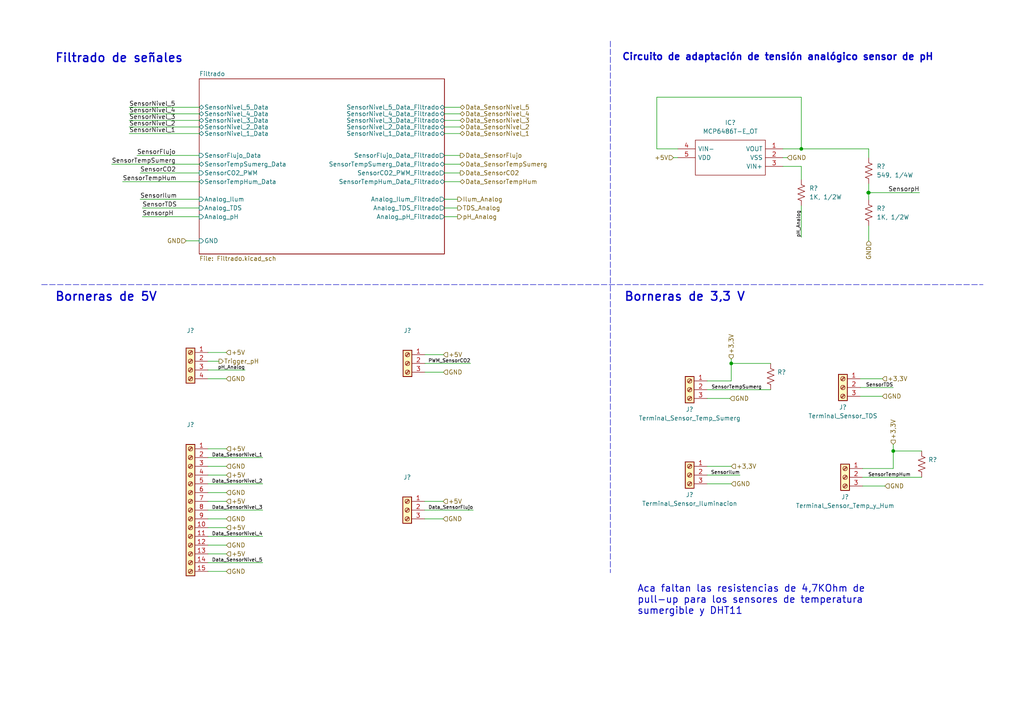
<source format=kicad_sch>
(kicad_sch (version 20211123) (generator eeschema)
  (paper "A4")
  (lib_symbols
    (symbol "Connector:Screw_Terminal_01x03" (pin_names (offset 1.016) hide)
      (property "Reference" "J" (at 0 5.08 0))
      (property "Value" "Screw_Terminal_01x03" (at 0 -5.08 0))
      (symbol "Screw_Terminal_01x03_1_1"
        (rectangle (start -1.27 3.81) (end 1.27 -3.81) (stroke (width 0.254)) (fill (type background)))
        (circle (center 0 -2.54) (radius 0.635) (stroke (width 0.1524)))
        (polyline (pts (xy -0.5334 -2.2098) (xy 0.3302 -3.048)) (stroke (width 0.1524)))
        (polyline (pts (xy -0.5334 0.3302) (xy 0.3302 -0.508)) (stroke (width 0.1524)))
        (polyline (pts (xy -0.5334 2.8702) (xy 0.3302 2.032)) (stroke (width 0.1524)))
        (polyline (pts (xy -0.3556 -2.032) (xy 0.508 -2.8702)) (stroke (width 0.1524)))
        (polyline (pts (xy -0.3556 0.508) (xy 0.508 -0.3302)) (stroke (width 0.1524)))
        (polyline (pts (xy -0.3556 3.048) (xy 0.508 2.2098)) (stroke (width 0.1524)))
        (circle (center 0 0) (radius 0.635) (stroke (width 0.1524)))
        (circle (center 0 2.54) (radius 0.635) (stroke (width 0.1524)))
        (pin passive line (at -5.08 2.54 0) (length 3.81) (name "Pin_1") (number "1"))
        (pin passive line (at -5.08 0 0) (length 3.81) (name "Pin_2") (number "2"))
        (pin passive line (at -5.08 -2.54 0) (length 3.81) (name "Pin_3") (number "3"))
      )
    )
    (symbol "Connector:Screw_Terminal_01x04" (pin_names (offset 1.016) hide)
      (property "Reference" "J" (at 0 5.08 0))
      (property "Value" "Screw_Terminal_01x04" (at 0 -7.62 0))
      (symbol "Screw_Terminal_01x04_1_1"
        (rectangle (start -1.27 3.81) (end 1.27 -6.35) (stroke (width 0.254)) (fill (type background)))
        (circle (center 0 -5.08) (radius 0.635) (stroke (width 0.1524)))
        (circle (center 0 -2.54) (radius 0.635) (stroke (width 0.1524)))
        (polyline (pts (xy -0.5334 -4.7498) (xy 0.3302 -5.588)) (stroke (width 0.1524)))
        (polyline (pts (xy -0.5334 -2.2098) (xy 0.3302 -3.048)) (stroke (width 0.1524)))
        (polyline (pts (xy -0.5334 0.3302) (xy 0.3302 -0.508)) (stroke (width 0.1524)))
        (polyline (pts (xy -0.5334 2.8702) (xy 0.3302 2.032)) (stroke (width 0.1524)))
        (polyline (pts (xy -0.3556 -4.572) (xy 0.508 -5.4102)) (stroke (width 0.1524)))
        (polyline (pts (xy -0.3556 -2.032) (xy 0.508 -2.8702)) (stroke (width 0.1524)))
        (polyline (pts (xy -0.3556 0.508) (xy 0.508 -0.3302)) (stroke (width 0.1524)))
        (polyline (pts (xy -0.3556 3.048) (xy 0.508 2.2098)) (stroke (width 0.1524)))
        (circle (center 0 0) (radius 0.635) (stroke (width 0.1524)))
        (circle (center 0 2.54) (radius 0.635) (stroke (width 0.1524)))
        (pin passive line (at -5.08 2.54 0) (length 3.81) (name "Pin_1") (number "1"))
        (pin passive line (at -5.08 0 0) (length 3.81) (name "Pin_2") (number "2"))
        (pin passive line (at -5.08 -2.54 0) (length 3.81) (name "Pin_3") (number "3"))
        (pin passive line (at -5.08 -5.08 0) (length 3.81) (name "Pin_4") (number "4"))
      )
    )
    (symbol "Connector:Screw_Terminal_01x15" (pin_names (offset 1.016) hide)
      (property "Reference" "J" (at 0 20.32 0))
      (property "Value" "Screw_Terminal_01x15" (at 0 -20.32 0))
      (symbol "Screw_Terminal_01x15_1_1"
        (rectangle (start -1.27 19.05) (end 1.27 -19.05) (stroke (width 0.254)) (fill (type background)))
        (circle (center 0 -17.78) (radius 0.635) (stroke (width 0.1524)))
        (circle (center 0 -15.24) (radius 0.635) (stroke (width 0.1524)))
        (circle (center 0 -12.7) (radius 0.635) (stroke (width 0.1524)))
        (circle (center 0 -10.16) (radius 0.635) (stroke (width 0.1524)))
        (circle (center 0 -7.62) (radius 0.635) (stroke (width 0.1524)))
        (circle (center 0 -5.08) (radius 0.635) (stroke (width 0.1524)))
        (circle (center 0 -2.54) (radius 0.635) (stroke (width 0.1524)))
        (polyline (pts (xy -0.5334 -17.4498) (xy 0.3302 -18.288)) (stroke (width 0.1524)))
        (polyline (pts (xy -0.5334 -14.9098) (xy 0.3302 -15.748)) (stroke (width 0.1524)))
        (polyline (pts (xy -0.5334 -12.3698) (xy 0.3302 -13.208)) (stroke (width 0.1524)))
        (polyline (pts (xy -0.5334 -9.8298) (xy 0.3302 -10.668)) (stroke (width 0.1524)))
        (polyline (pts (xy -0.5334 -7.2898) (xy 0.3302 -8.128)) (stroke (width 0.1524)))
        (polyline (pts (xy -0.5334 -4.7498) (xy 0.3302 -5.588)) (stroke (width 0.1524)))
        (polyline (pts (xy -0.5334 -2.2098) (xy 0.3302 -3.048)) (stroke (width 0.1524)))
        (polyline (pts (xy -0.5334 0.3302) (xy 0.3302 -0.508)) (stroke (width 0.1524)))
        (polyline (pts (xy -0.5334 2.8702) (xy 0.3302 2.032)) (stroke (width 0.1524)))
        (polyline (pts (xy -0.5334 5.4102) (xy 0.3302 4.572)) (stroke (width 0.1524)))
        (polyline (pts (xy -0.5334 7.9502) (xy 0.3302 7.112)) (stroke (width 0.1524)))
        (polyline (pts (xy -0.5334 10.4902) (xy 0.3302 9.652)) (stroke (width 0.1524)))
        (polyline (pts (xy -0.5334 13.0302) (xy 0.3302 12.192)) (stroke (width 0.1524)))
        (polyline (pts (xy -0.5334 15.5702) (xy 0.3302 14.732)) (stroke (width 0.1524)))
        (polyline (pts (xy -0.5334 18.1102) (xy 0.3302 17.272)) (stroke (width 0.1524)))
        (polyline (pts (xy -0.3556 -17.272) (xy 0.508 -18.1102)) (stroke (width 0.1524)))
        (polyline (pts (xy -0.3556 -14.732) (xy 0.508 -15.5702)) (stroke (width 0.1524)))
        (polyline (pts (xy -0.3556 -12.192) (xy 0.508 -13.0302)) (stroke (width 0.1524)))
        (polyline (pts (xy -0.3556 -9.652) (xy 0.508 -10.4902)) (stroke (width 0.1524)))
        (polyline (pts (xy -0.3556 -7.112) (xy 0.508 -7.9502)) (stroke (width 0.1524)))
        (polyline (pts (xy -0.3556 -4.572) (xy 0.508 -5.4102)) (stroke (width 0.1524)))
        (polyline (pts (xy -0.3556 -2.032) (xy 0.508 -2.8702)) (stroke (width 0.1524)))
        (polyline (pts (xy -0.3556 0.508) (xy 0.508 -0.3302)) (stroke (width 0.1524)))
        (polyline (pts (xy -0.3556 3.048) (xy 0.508 2.2098)) (stroke (width 0.1524)))
        (polyline (pts (xy -0.3556 5.588) (xy 0.508 4.7498)) (stroke (width 0.1524)))
        (polyline (pts (xy -0.3556 8.128) (xy 0.508 7.2898)) (stroke (width 0.1524)))
        (polyline (pts (xy -0.3556 10.668) (xy 0.508 9.8298)) (stroke (width 0.1524)))
        (polyline (pts (xy -0.3556 13.208) (xy 0.508 12.3698)) (stroke (width 0.1524)))
        (polyline (pts (xy -0.3556 15.748) (xy 0.508 14.9098)) (stroke (width 0.1524)))
        (polyline (pts (xy -0.3556 18.288) (xy 0.508 17.4498)) (stroke (width 0.1524)))
        (circle (center 0 0) (radius 0.635) (stroke (width 0.1524)))
        (circle (center 0 2.54) (radius 0.635) (stroke (width 0.1524)))
        (circle (center 0 5.08) (radius 0.635) (stroke (width 0.1524)))
        (circle (center 0 7.62) (radius 0.635) (stroke (width 0.1524)))
        (circle (center 0 10.16) (radius 0.635) (stroke (width 0.1524)))
        (circle (center 0 12.7) (radius 0.635) (stroke (width 0.1524)))
        (circle (center 0 15.24) (radius 0.635) (stroke (width 0.1524)))
        (circle (center 0 17.78) (radius 0.635) (stroke (width 0.1524)))
        (pin passive line (at -5.08 17.78 0) (length 3.81) (name "Pin_1") (number "1"))
        (pin passive line (at -5.08 -5.08 0) (length 3.81) (name "Pin_10") (number "10"))
        (pin passive line (at -5.08 -7.62 0) (length 3.81) (name "Pin_11") (number "11"))
        (pin passive line (at -5.08 -10.16 0) (length 3.81) (name "Pin_12") (number "12"))
        (pin passive line (at -5.08 -12.7 0) (length 3.81) (name "Pin_13") (number "13"))
        (pin passive line (at -5.08 -15.24 0) (length 3.81) (name "Pin_14") (number "14"))
        (pin passive line (at -5.08 -17.78 0) (length 3.81) (name "Pin_15") (number "15"))
        (pin passive line (at -5.08 15.24 0) (length 3.81) (name "Pin_2") (number "2"))
        (pin passive line (at -5.08 12.7 0) (length 3.81) (name "Pin_3") (number "3"))
        (pin passive line (at -5.08 10.16 0) (length 3.81) (name "Pin_4") (number "4"))
        (pin passive line (at -5.08 7.62 0) (length 3.81) (name "Pin_5") (number "5"))
        (pin passive line (at -5.08 5.08 0) (length 3.81) (name "Pin_6") (number "6"))
        (pin passive line (at -5.08 2.54 0) (length 3.81) (name "Pin_7") (number "7"))
        (pin passive line (at -5.08 0 0) (length 3.81) (name "Pin_8") (number "8"))
        (pin passive line (at -5.08 -2.54 0) (length 3.81) (name "Pin_9") (number "9"))
      )
    )
    (symbol "Device:R_US" (pin_numbers hide) (pin_names (offset 0))
      (property "Reference" "R" (at 2.54 0 90))
      (property "Value" "R_US" (at -2.54 0 90))
      (symbol "R_US_0_1"
        (polyline (pts (xy 0 -2.286) (xy 0 -2.54)))
        (polyline (pts (xy 0 2.286) (xy 0 2.54)))
        (polyline (pts (xy 0 -0.762) (xy 1.016 -1.143) (xy 0 -1.524) (xy -1.016 -1.905) (xy 0 -2.286)))
        (polyline (pts (xy 0 0.762) (xy 1.016 0.381) (xy 0 0) (xy -1.016 -0.381) (xy 0 -0.762)))
        (polyline (pts (xy 0 2.286) (xy 1.016 1.905) (xy 0 1.524) (xy -1.016 1.143) (xy 0 0.762)))
      )
      (symbol "R_US_1_1"
        (pin passive line (at 0 3.81 270) (length 1.27) (name "~") (number "1"))
        (pin passive line (at 0 -3.81 90) (length 1.27) (name "~") (number "2"))
      )
    )
    (symbol "MCP6486T-E{slash}OT:MCP6486T-E_OT" (pin_names (offset 0.762))
      (property "Reference" "IC" (at 26.67 7.62 0))
      (property "Value" "MCP6486T-E_OT" (at 26.67 5.08 0))
      (symbol "MCP6486T-E_OT_0_0"
        (pin passive line (at 0 0 0) (length 5.08) (name "VOUT") (number "1"))
        (pin passive line (at 0 -2.54 0) (length 5.08) (name "VSS") (number "2"))
        (pin passive line (at 0 -5.08 0) (length 5.08) (name "VIN+") (number "3"))
        (pin passive line (at 30.48 0 180) (length 5.08) (name "VIN-") (number "4"))
        (pin passive line (at 30.48 -2.54 180) (length 5.08) (name "VDD") (number "5"))
      )
      (symbol "MCP6486T-E_OT_0_1"
        (polyline (pts (xy 5.08 2.54) (xy 25.4 2.54) (xy 25.4 -7.62) (xy 5.08 -7.62) (xy 5.08 2.54)) (stroke (width 0.1524)))
      )
    )
  )
  (junction (at 232.41 43.18))
  (junction (at 251.968 55.88))
  (junction (at 259.08 130.81))
  (junction (at 251.841 55.88))
  (junction (at 212.09 105.41))
  (wire (pts (xy 60.325 145.415) (xy 65.659 145.415)))
  (wire (pts (xy 251.968 45.72) (xy 251.968 43.18)))
  (wire (pts (xy 60.325 160.655) (xy 65.659 160.655)))
  (wire (pts (xy 123.19 147.955) (xy 137.2616 147.955)))
  (wire (pts (xy 60.325 155.575) (xy 76.2 155.575)))
  (wire (pts (xy 251.968 55.88) (xy 266.7 55.88)))
  (wire (pts (xy 259.08 130.81) (xy 259.08 128.905)))
  (wire (pts (xy 53.975 69.85) (xy 57.785 69.85)))
  (wire (pts (xy 249.555 109.855) (xy 255.905 109.855)))
  (wire (pts (xy 128.905 47.625) (xy 133.477 47.625)))
  (wire (pts (xy 205.105 115.57) (xy 211.709 115.57)))
  (wire (pts (xy 128.905 31.115) (xy 133.477 31.115)))
  (wire (pts (xy 57.785 50.165) (xy 40.64 50.165)))
  (wire (pts (xy 232.41 28.194) (xy 232.41 43.18)))
  (wire (pts (xy 195.326 45.72) (xy 196.596 45.72)))
  (wire (pts (xy 212.09 104.14) (xy 212.09 105.41)))
  (wire (pts (xy 251.333 55.88) (xy 251.841 55.88)))
  (wire (pts (xy 251.968 43.18) (xy 232.41 43.18)))
  (wire (pts (xy 60.325 158.115) (xy 65.659 158.115)))
  (wire (pts (xy 249.555 114.935) (xy 255.905 114.935)))
  (wire (pts (xy 57.785 60.325) (xy 41.275 60.325)))
  (wire (pts (xy 251.968 55.88) (xy 251.968 57.912)))
  (polyline (pts (xy 12.065 82.55) (xy 285.115 82.55)))
  (wire (pts (xy 60.325 153.035) (xy 65.659 153.035)))
  (wire (pts (xy 57.785 45.085) (xy 39.7256 45.085)))
  (wire (pts (xy 212.09 105.41) (xy 212.09 110.49)))
  (wire (pts (xy 60.325 150.495) (xy 65.659 150.495)))
  (wire (pts (xy 60.325 109.855) (xy 65.6082 109.855)))
  (wire (pts (xy 128.905 45.085) (xy 133.477 45.085)))
  (wire (pts (xy 123.2662 105.41) (xy 136.4742 105.41)))
  (wire (pts (xy 250.19 138.43) (xy 267.335 138.43)))
  (wire (pts (xy 251.968 53.34) (xy 251.968 55.88)))
  (wire (pts (xy 232.41 59.69) (xy 232.41 68.834)))
  (wire (pts (xy 60.325 102.235) (xy 65.6082 102.235)))
  (wire (pts (xy 60.325 142.875) (xy 65.659 142.875)))
  (wire (pts (xy 57.785 47.625) (xy 32.385 47.625)))
  (wire (pts (xy 259.08 130.81) (xy 267.335 130.81)))
  (wire (pts (xy 214.63 137.795) (xy 205.105 137.795)))
  (wire (pts (xy 57.785 34.925) (xy 37.465 34.925)))
  (wire (pts (xy 123.2662 107.95) (xy 128.6002 107.95)))
  (wire (pts (xy 60.325 104.775) (xy 63.5 104.775)))
  (wire (pts (xy 259.08 135.89) (xy 259.08 130.81)))
  (wire (pts (xy 57.785 33.02) (xy 37.465 33.02)))
  (wire (pts (xy 128.905 34.925) (xy 133.477 34.925)))
  (wire (pts (xy 132.715 62.865) (xy 128.905 62.865)))
  (wire (pts (xy 205.105 140.335) (xy 212.09 140.335)))
  (wire (pts (xy 212.09 105.41) (xy 223.52 105.41)))
  (wire (pts (xy 196.596 43.18) (xy 190.5 43.18)))
  (wire (pts (xy 57.785 57.785) (xy 40.64 57.785)))
  (wire (pts (xy 60.325 135.255) (xy 65.659 135.255)))
  (wire (pts (xy 250.19 140.97) (xy 256.667 140.97)))
  (wire (pts (xy 190.5 43.18) (xy 190.5 28.194)))
  (wire (pts (xy 60.325 137.795) (xy 65.659 137.795)))
  (wire (pts (xy 60.325 107.315) (xy 71.0692 107.315)))
  (wire (pts (xy 57.785 38.735) (xy 37.465 38.735)))
  (wire (pts (xy 212.09 110.49) (xy 205.105 110.49)))
  (wire (pts (xy 128.905 38.735) (xy 133.477 38.735)))
  (wire (pts (xy 232.41 43.18) (xy 227.076 43.18)))
  (wire (pts (xy 60.325 147.955) (xy 76.2 147.955)))
  (wire (pts (xy 123.2662 102.87) (xy 128.6002 102.87)))
  (wire (pts (xy 60.325 165.735) (xy 65.659 165.735)))
  (wire (pts (xy 227.076 48.26) (xy 232.41 48.26)))
  (wire (pts (xy 60.325 132.715) (xy 76.2 132.715)))
  (wire (pts (xy 57.785 62.865) (xy 41.275 62.865)))
  (wire (pts (xy 132.715 60.325) (xy 128.905 60.325)))
  (wire (pts (xy 249.555 112.395) (xy 259.08 112.395)))
  (wire (pts (xy 251.968 65.532) (xy 251.968 69.85)))
  (wire (pts (xy 57.785 31.115) (xy 37.465 31.115)))
  (wire (pts (xy 250.19 135.89) (xy 259.08 135.89)))
  (wire (pts (xy 57.785 36.83) (xy 37.465 36.83)))
  (wire (pts (xy 251.841 55.88) (xy 251.968 55.88)))
  (wire (pts (xy 205.105 113.03) (xy 223.52 113.03)))
  (wire (pts (xy 190.5 28.194) (xy 232.41 28.194)))
  (wire (pts (xy 60.325 140.335) (xy 76.2 140.335)))
  (polyline (pts (xy 177.038 11.938) (xy 177.038 166.116)))
  (wire (pts (xy 60.325 130.175) (xy 65.659 130.175)))
  (wire (pts (xy 128.905 52.705) (xy 133.477 52.705)))
  (wire (pts (xy 232.41 48.26) (xy 232.41 52.07)))
  (wire (pts (xy 227.076 45.72) (xy 228.346 45.72)))
  (wire (pts (xy 128.905 33.02) (xy 133.477 33.02)))
  (wire (pts (xy 123.19 145.415) (xy 128.524 145.415)))
  (wire (pts (xy 205.105 135.255) (xy 212.09 135.255)))
  (wire (pts (xy 123.19 150.495) (xy 128.524 150.495)))
  (wire (pts (xy 132.715 57.785) (xy 128.905 57.785)))
  (wire (pts (xy 60.325 163.195) (xy 76.2 163.195)))
  (wire (pts (xy 128.905 50.165) (xy 133.477 50.165)))
  (wire (pts (xy 128.905 36.83) (xy 133.477 36.83)))
  (wire (pts (xy 57.785 52.705) (xy 35.56 52.705)))
  (text "Filtrado de señales" (at 15.875 18.415 0) (effects (font (size 2.5 2.5) (thickness 0.4) bold) (justify left bottom)))
  (text "Aca faltan las resistencias de 4,7KOhm de \npull-up para los sensores de temperatura\nsumergible y DHT11" (at 184.785 178.435 0) (effects (font (size 2 2) (thickness 0.254) bold) (justify left bottom)))
  (text "Borneras de 5V" (at 15.875 87.63 0) (effects (font (size 2.5 2.5) (thickness 0.4) bold) (justify left bottom)))
  (text "Borneras de 3,3 V" (at 180.975 87.63 0) (effects (font (size 2.5 2.5) (thickness 0.4) bold) (justify left bottom)))
  (text "Circuito de adaptación de tensión analógico sensor de pH" (at 180.34 17.78 0) (effects (font (size 2 2) (thickness 0.4) bold) (justify left bottom)))
  (label "SensorIlum" (at 214.63 137.795 180) (effects (font (size 1 1))))
  (label "SensorTDS" (at 41.275 60.325 0))
  (label "SensorCO2" (at 40.64 50.165 0))
  (label "Data_SensorNivel_2" (at 76.2 140.335 180) (effects (font (size 1 1))))
  (label "SensorIlum" (at 40.64 57.785 0))
  (label "Data_SensorNivel_1" (at 76.2 132.715 180) (effects (font (size 1 1))))
  (label "SensorTempHum" (at 35.56 52.705 0))
  (label "Data_SensorNivel_4" (at 76.2 155.575 180) (effects (font (size 1 1))))
  (label "PWM_SensorCO2" (at 136.4742 105.41 180) (effects (font (size 1 1))))
  (label "SensorpH" (at 41.275 62.865 0))
  (label "SensorTDS" (at 259.08 112.395 180) (effects (font (size 1 1))))
  (label "SensorNivel_4" (at 37.465 33.02 0))
  (label "SensorNivel_1" (at 37.465 38.735 0))
  (label "Data_SensorNivel_3" (at 76.2 147.955 180) (effects (font (size 1 1))))
  (label "SensorNivel_5" (at 37.465 31.115 0))
  (label "SensorNivel_3" (at 37.465 34.925 0))
  (label "SensorNivel_2" (at 37.465 36.83 0))
  (label "Data_SensorNivel_5" (at 76.2 163.195 180) (effects (font (size 1 1))))
  (label "Data_SensorFlujo" (at 137.2616 147.955 180) (effects (font (size 1 1))))
  (label "SensorTempHum" (at 264.16 138.43 180) (effects (font (size 1 1))))
  (label "SensorpH" (at 266.7 55.88 180))
  (label "pH_Analog" (at 71.0692 107.315 180) (effects (font (size 1 1))))
  (label "pH_Analog" (at 232.41 68.834 90) (effects (font (size 1 1))))
  (label "SensorTempSumerg" (at 220.98 113.03 180) (effects (font (size 1 1))))
  (label "SensorTempSumerg" (at 32.385 47.625 0))
  (label "SensorFlujo" (at 39.7256 45.085 0))
  (hierarchical_label "Data_SensorFlujo" (shape output) (at 133.477 45.085 0))
  (hierarchical_label "+5V" (shape input) (at 128.6002 102.87 0))
  (hierarchical_label "GND" (shape input) (at 251.968 69.85 270))
  (hierarchical_label "+3,3V" (shape input) (at 259.08 128.905 90))
  (hierarchical_label "Ilum_Analog" (shape output) (at 132.715 57.785 0))
  (hierarchical_label "GND" (shape input) (at 128.524 150.495 0))
  (hierarchical_label "GND" (shape input) (at 256.667 140.97 0))
  (hierarchical_label "+5V" (shape input) (at 65.659 160.655 0))
  (hierarchical_label "Data_SensorTempSumerg" (shape bidirectional) (at 133.477 47.625 0))
  (hierarchical_label "Data_SensorNivel_2" (shape bidirectional) (at 133.477 36.83 0))
  (hierarchical_label "GND" (shape input) (at 65.659 165.735 0))
  (hierarchical_label "Data_SensorCO2" (shape output) (at 133.477 50.165 0))
  (hierarchical_label "Data_SensorTempHum" (shape bidirectional) (at 133.477 52.705 0))
  (hierarchical_label "GND" (shape input) (at 65.6082 109.855 0))
  (hierarchical_label "+3,3V" (shape input) (at 255.905 109.855 0))
  (hierarchical_label "GND" (shape input) (at 212.09 140.335 0))
  (hierarchical_label "+5V" (shape input) (at 65.659 137.795 0))
  (hierarchical_label "Trigger_pH" (shape output) (at 63.5 104.775 0))
  (hierarchical_label "GND" (shape input) (at 53.975 69.85 180))
  (hierarchical_label "+5V" (shape input) (at 65.659 153.035 0))
  (hierarchical_label "GND" (shape input) (at 65.659 150.495 0))
  (hierarchical_label "+3,3V" (shape input) (at 212.09 104.14 90))
  (hierarchical_label "GND" (shape input) (at 228.346 45.72 0))
  (hierarchical_label "Data_SensorNivel_5" (shape bidirectional) (at 133.477 31.115 0))
  (hierarchical_label "GND" (shape input) (at 65.659 158.115 0))
  (hierarchical_label "pH_Analog" (shape output) (at 132.715 62.865 0))
  (hierarchical_label "Data_SensorNivel_3" (shape bidirectional) (at 133.477 34.925 0))
  (hierarchical_label "GND" (shape input) (at 255.905 114.935 0))
  (hierarchical_label "+5V" (shape input) (at 65.659 130.175 0))
  (hierarchical_label "GND" (shape input) (at 65.659 135.255 0))
  (hierarchical_label "GND" (shape input) (at 65.659 142.875 0))
  (hierarchical_label "TDS_Analog" (shape output) (at 132.715 60.325 0))
  (hierarchical_label "GND" (shape input) (at 211.709 115.57 0))
  (hierarchical_label "+5V" (shape input) (at 65.659 145.415 0))
  (hierarchical_label "GND" (shape input) (at 128.6002 107.95 0))
  (hierarchical_label "+5V" (shape input) (at 128.524 145.415 0))
  (hierarchical_label "+3,3V" (shape input) (at 212.09 135.255 0))
  (hierarchical_label "Data_SensorNivel_4" (shape bidirectional) (at 133.477 33.02 0))
  (hierarchical_label "Data_SensorNivel_1" (shape bidirectional) (at 133.477 38.735 0))
  (hierarchical_label "+5V" (shape input) (at 65.6082 102.235 0))
  (hierarchical_label "+5V" (shape input) (at 195.326 45.72 180))
  (symbol (lib_id "Connector:Screw_Terminal_01x03") (at 200.025 113.03 0) (mirror y) (unit 1)
    (property "Reference" "J?" (at 200.025 118.745 0))
    (property "Value" "Terminal_Sensor_Temp_Sumerg" (at 200.025 121.285 0))
  )
  (symbol (lib_id "Connector:Screw_Terminal_01x03") (at 245.11 138.43 0) (mirror y) (unit 1)
    (property "Reference" "J?" (at 245.11 144.145 0))
    (property "Value" "Terminal_Sensor_Temp_y_Hum" (at 245.11 146.685 0))
  )
  (symbol (lib_id "Connector:Screw_Terminal_01x03") (at 118.11 147.955 0) (mirror y) (unit 1)
    (property "Reference" "J?" (at 118.11 138.43 0))
  )
  (symbol (lib_id "Connector:Screw_Terminal_01x03") (at 200.025 137.795 0) (mirror y) (unit 1)
    (property "Reference" "J?" (at 200.025 143.51 0))
    (property "Value" "Terminal_Sensor_Iluminacion" (at 200.025 146.05 0))
  )
  (symbol (lib_id "Connector:Screw_Terminal_01x03") (at 118.1862 105.41 0) (mirror y) (unit 1)
    (property "Reference" "J?" (at 118.1862 95.885 0))
  )
  (symbol (lib_id "Connector:Screw_Terminal_01x04") (at 55.245 104.775 0) (mirror y) (unit 1)
    (property "Reference" "J?" (at 55.245 95.885 0))
  )
  (symbol (lib_id "Device:R_US") (at 223.52 109.22 0) (unit 1)
    (property "Reference" "R?" (at 225.425 107.9499 0) (effects (justify left)))
  )
  (symbol (lib_id "Device:R_US") (at 251.968 49.53 0) (unit 1)
    (property "Reference" "R?" (at 254.254 48.2599 0) (effects (justify left)))
    (property "Value" "549, 1/4W" (at 254.254 50.7999 0) (effects (justify left)))
  )
  (symbol (lib_id "Device:R_US") (at 267.335 134.62 0) (unit 1)
    (property "Reference" "R?" (at 269.24 133.3499 0) (effects (justify left)))
  )
  (symbol (lib_id "Device:R_US") (at 251.968 61.722 0) (unit 1)
    (property "Reference" "R?" (at 254.254 60.4519 0) (effects (justify left)))
    (property "Value" "1K, 1/2W" (at 254.254 62.9919 0) (effects (justify left)))
  )
  (symbol (lib_id "Connector:Screw_Terminal_01x03") (at 244.475 112.395 0) (mirror y) (unit 1)
    (property "Reference" "J?" (at 244.475 118.11 0))
    (property "Value" "Terminal_Sensor_TDS" (at 244.475 120.65 0))
  )
  (symbol (lib_id "MCP6486T-E{slash}OT:MCP6486T-E_OT") (at 227.076 43.18 0) (mirror y) (unit 1)
    (property "Reference" "IC?" (at 211.836 35.56 0))
    (property "Value" "MCP6486T-E_OT" (at 211.836 38.1 0))
    (property "Footprint" "SOT95P280X145-5N" (effects hide))
    (property "Datasheet" "https://ww1.microchip.com/downloads/aemDocuments/documents/MSLD/ProductDocuments/DataSheets/MCP6486-Family-Data-Sheet-DS20006679A.pdf" (effects hide))
    (property "Description" "10 MHz Op Amp with EMI Filtering" (effects hide))
    (property "Height" "1.45" (effects hide))
    (property "Manufacturer_Name" "Microchip" (effects hide))
    (property "Manufacturer_Part_Number" "MCP6486T-E/OT" (effects hide))
    (property "Mouser Part Number" "494-MCP6486T-E/OT" (effects hide))
    (property "Mouser Price/Stock" "https://www.mouser.co.uk/ProductDetail/Microchip-Technology-Atmel/MCP6486T-E-OT?qs=tlsG%2FOw5FFgg6%2FTtnB49Jg%3D%3D" (effects hide))
  )
  (symbol (lib_id "Device:R_US") (at 232.41 55.88 0) (unit 1)
    (property "Reference" "R?" (at 234.696 54.6099 0) (effects (justify left)))
    (property "Value" "1K, 1/2W" (at 234.696 57.1499 0) (effects (justify left)))
  )
  (symbol (lib_id "Connector:Screw_Terminal_01x15") (at 55.245 147.955 0) (mirror y) (unit 1)
    (property "Reference" "J?" (at 55.245 123.19 0))
  )
  (sheet (at 57.785 22.86) (size 71.12 50.8) (stroke (width 0.1524))
    (property "Sheet name" "Filtrado" (at 57.785 22.1484 0) (effects (justify left bottom)))
    (property "Sheet file" "Filtrado.kicad_sch" (at 57.785 74.2446 0) (effects (justify left top)))
    (pin "GND" input (at 57.785 69.85 180))
    (pin "SensorCO2_PWM_Filtrado" output (at 128.905 50.165 0))
    (pin "Analog_Ilum_Filtrado" output (at 128.905 57.785 0))
    (pin "SensorCO2_PWM" input (at 57.785 50.165 180))
    (pin "Analog_Ilum" input (at 57.785 57.785 180))
    (pin "SensorFlujo_Data" input (at 57.785 45.085 180))
    (pin "SensorFlujo_Data_Filtrado" output (at 128.905 45.085 0))
    (pin "Analog_TDS_Filtrado" output (at 128.905 60.325 0))
    (pin "Analog_TDS" input (at 57.785 60.325 180))
    (pin "Analog_pH" input (at 57.785 62.865 180))
    (pin "Analog_pH_Filtrado" output (at 128.905 62.865 0))
    (pin "SensorTempHum_Data_Filtrado" bidirectional (at 128.905 52.705 0))
    (pin "SensorTempSumerg_Data_Filtrado" bidirectional (at 128.905 47.625 0))
    (pin "SensorNivel_3_Data_Filtrado" bidirectional (at 128.905 34.925 0))
    (pin "SensorNivel_3_Data" bidirectional (at 57.785 34.925 180))
    (pin "SensorTempHum_Data" bidirectional (at 57.785 52.705 180))
    (pin "SensorTempSumerg_Data" bidirectional (at 57.785 47.625 180))
    (pin "SensorNivel_5_Data_Filtrado" bidirectional (at 128.905 31.115 0))
    (pin "SensorNivel_2_Data" bidirectional (at 57.785 36.83 180))
    (pin "SensorNivel_2_Data_Filtrado" bidirectional (at 128.905 36.83 0))
    (pin "SensorNivel_5_Data" bidirectional (at 57.785 31.115 180))
    (pin "SensorNivel_4_Data" bidirectional (at 57.785 33.02 180))
    (pin "SensorNivel_1_Data" bidirectional (at 57.785 38.735 180))
    (pin "SensorNivel_1_Data_Filtrado" bidirectional (at 128.905 38.735 0))
    (pin "SensorNivel_4_Data_Filtrado" bidirectional (at 128.905 33.02 0))
  )
)
</source>
